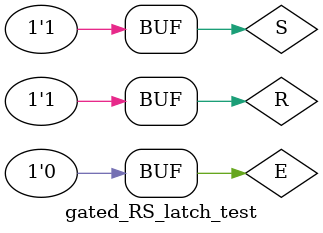
<source format=v>
`timescale 1ns / 1ps


module gated_RS_latch_test;

	// Inputs
	reg R;
	reg S;
	reg E;

	// Outputs
	wire Q_H;
	wire Q_L;

	// Instantiate the Unit Under Test (UUT)
	gated_RS_latch uut (
		.R(R), 
		.S(S), 
		.E(E), 
		.Q_H(Q_H), 
		.Q_L(Q_L)
	);

	initial begin
		// Initialize Inputs
		R = 0;
		S = 0;
		E = 1;
		// Wait 100 ns for global reset to finish
		#100;
		
		E = 1; S = 0; R = 1; #100;
		E = 1; S = 1; R = 0; #100;
		E = 1; S = 1; R = 1; #100;
		E = 0; S = 0; R = 0; #100;
		E = 0; S = 0; R = 1; #100;
		E = 0; S = 1; R = 0; #100;
		E = 0; S = 1; R = 1; #100;
        
		// Add stimulus here

	end
      
endmodule


</source>
